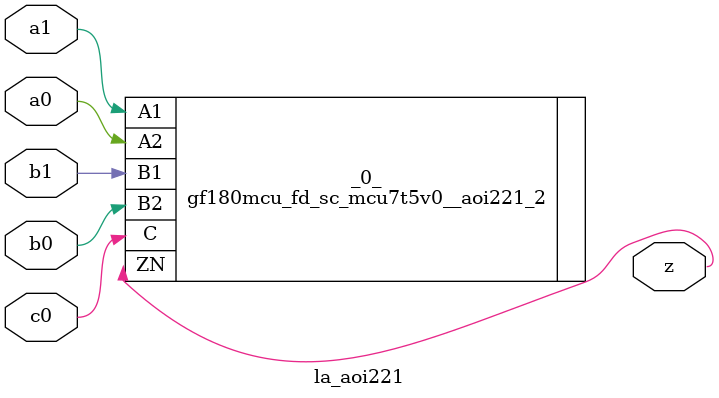
<source format=v>
/* Generated by Yosys 0.37 (git sha1 a5c7f69ed, clang 14.0.0-1ubuntu1.1 -fPIC -Os) */

module la_aoi221(a0, a1, b0, b1, c0, z);
  input a0;
  wire a0;
  input a1;
  wire a1;
  input b0;
  wire b0;
  input b1;
  wire b1;
  input c0;
  wire c0;
  output z;
  wire z;
  gf180mcu_fd_sc_mcu7t5v0__aoi221_2 _0_ (
    .A1(a1),
    .A2(a0),
    .B1(b1),
    .B2(b0),
    .C(c0),
    .ZN(z)
  );
endmodule

</source>
